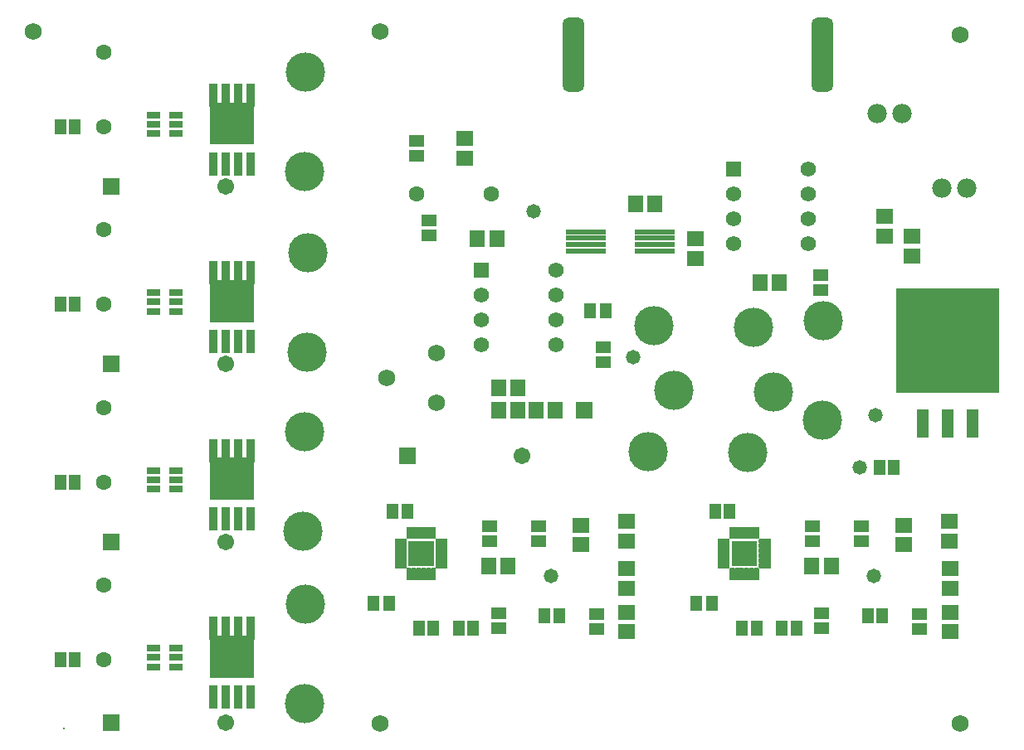
<source format=gts>
G04 Layer_Color=8388736*
%FSLAX25Y25*%
%MOIN*%
G70*
G01*
G75*
%ADD47R,0.05600X0.02900*%
%ADD48R,0.06312X0.05131*%
%ADD49R,0.05131X0.06312*%
%ADD50R,0.04800X0.11400*%
%ADD51R,0.41800X0.42000*%
%ADD52R,0.00146X0.00146*%
%ADD53R,0.05147X0.01902*%
%ADD54R,0.01902X0.05147*%
%ADD55R,0.04737X0.05918*%
%ADD56R,0.06706X0.06312*%
%ADD57R,0.06312X0.06706*%
%ADD58R,0.03359X0.09280*%
%ADD59R,0.16154X0.02375*%
%ADD60R,0.06706X0.06706*%
%ADD61C,0.06800*%
%ADD62C,0.00800*%
%ADD63C,0.07800*%
%ADD64C,0.06706*%
%ADD65R,0.06200X0.06200*%
%ADD66C,0.06200*%
%ADD67C,0.15800*%
G04:AMPARAMS|DCode=68|XSize=298mil|YSize=88mil|CornerRadius=24mil|HoleSize=0mil|Usage=FLASHONLY|Rotation=90.000|XOffset=0mil|YOffset=0mil|HoleType=Round|Shape=RoundedRectangle|*
%AMROUNDEDRECTD68*
21,1,0.29800,0.04000,0,0,90.0*
21,1,0.25000,0.08800,0,0,90.0*
1,1,0.04800,0.02000,0.12500*
1,1,0.04800,0.02000,-0.12500*
1,1,0.04800,-0.02000,-0.12500*
1,1,0.04800,-0.02000,0.12500*
%
%ADD68ROUNDEDRECTD68*%
%ADD69C,0.06800*%
%ADD70C,0.02800*%
%ADD71C,0.06312*%
%ADD72C,0.05800*%
G36*
X160672Y76221D02*
X156777D01*
Y77872D01*
X160672D01*
Y76221D01*
D02*
G37*
G36*
X305998Y76206D02*
X302104D01*
Y77856D01*
X305998D01*
Y76206D01*
D02*
G37*
G36*
X290447Y78175D02*
X286553D01*
Y79825D01*
X290447D01*
Y78175D01*
D02*
G37*
G36*
X176223Y76221D02*
X172328D01*
Y77872D01*
X176223D01*
Y76221D01*
D02*
G37*
G36*
X290447Y76206D02*
X286553D01*
Y77856D01*
X290447D01*
Y76206D01*
D02*
G37*
G36*
X176223Y74252D02*
X172328D01*
Y75903D01*
X176223D01*
Y74252D01*
D02*
G37*
G36*
X160672D02*
X156777D01*
Y75903D01*
X160672D01*
Y74252D01*
D02*
G37*
G36*
X171573Y83887D02*
Y82313D01*
Y80787D01*
Y79213D01*
Y77687D01*
Y74927D01*
X161427D01*
Y77687D01*
Y79213D01*
Y80787D01*
Y82313D01*
Y83887D01*
Y85073D01*
X171573D01*
Y83887D01*
D02*
G37*
G36*
X301348Y83872D02*
Y82297D01*
Y80772D01*
Y79197D01*
Y77672D01*
Y74912D01*
X291203D01*
Y77672D01*
Y79197D01*
Y80772D01*
Y82297D01*
Y83872D01*
Y85057D01*
X301348D01*
Y83872D01*
D02*
G37*
G36*
X305998Y78175D02*
X302104D01*
Y79825D01*
X305998D01*
Y78175D01*
D02*
G37*
G36*
X290447Y82113D02*
X286553D01*
Y83763D01*
X290447D01*
Y82113D01*
D02*
G37*
G36*
X176223Y80159D02*
X172328D01*
Y81810D01*
X176223D01*
Y80159D01*
D02*
G37*
G36*
X160672Y82128D02*
X156777D01*
Y83779D01*
X160672D01*
Y82128D01*
D02*
G37*
G36*
X305998Y82113D02*
X302104D01*
Y83763D01*
X305998D01*
Y82113D01*
D02*
G37*
G36*
X160672Y80159D02*
X156777D01*
Y81810D01*
X160672D01*
Y80159D01*
D02*
G37*
G36*
X176223Y78190D02*
X172328D01*
Y79841D01*
X176223D01*
Y78190D01*
D02*
G37*
G36*
X160672D02*
X156777D01*
Y79841D01*
X160672D01*
Y78190D01*
D02*
G37*
G36*
X305998Y80144D02*
X302104D01*
Y81794D01*
X305998D01*
Y80144D01*
D02*
G37*
G36*
X290447D02*
X286553D01*
Y81794D01*
X290447D01*
Y80144D01*
D02*
G37*
G36*
X294148Y70262D02*
X292498D01*
Y74156D01*
X294148D01*
Y70262D01*
D02*
G37*
G36*
X292179D02*
X290529D01*
Y74156D01*
X292179D01*
Y70262D01*
D02*
G37*
G36*
X298085D02*
X296435D01*
Y74156D01*
X298085D01*
Y70262D01*
D02*
G37*
G36*
X296116D02*
X294466D01*
Y74156D01*
X296116D01*
Y70262D01*
D02*
G37*
G36*
X99555Y45360D02*
X99279D01*
Y30025D01*
X81721D01*
Y45360D01*
X81445D01*
Y48392D01*
X84555D01*
Y46916D01*
X86445D01*
Y48392D01*
X89555D01*
Y46916D01*
X91445D01*
Y48392D01*
X94555D01*
Y46916D01*
X96445D01*
Y48392D01*
X99555D01*
Y45360D01*
D02*
G37*
G36*
X89555Y23824D02*
X86445D01*
Y26856D01*
X89555D01*
Y23824D01*
D02*
G37*
G36*
X84555D02*
X81445D01*
Y26856D01*
X84555D01*
Y23824D01*
D02*
G37*
G36*
X99555D02*
X96445D01*
Y26856D01*
X99555D01*
Y23824D01*
D02*
G37*
G36*
X94555D02*
X91445D01*
Y26856D01*
X94555D01*
Y23824D01*
D02*
G37*
G36*
X300054Y70262D02*
X298403D01*
Y74156D01*
X300054D01*
Y70262D01*
D02*
G37*
G36*
X172246Y70277D02*
X170596D01*
Y74172D01*
X172246D01*
Y70277D01*
D02*
G37*
G36*
X170278D02*
X168628D01*
Y74172D01*
X170278D01*
Y70277D01*
D02*
G37*
G36*
X305998Y74237D02*
X302104D01*
Y75887D01*
X305998D01*
Y74237D01*
D02*
G37*
G36*
X290447D02*
X286553D01*
Y75887D01*
X290447D01*
Y74237D01*
D02*
G37*
G36*
X168309Y70277D02*
X166659D01*
Y74172D01*
X168309D01*
Y70277D01*
D02*
G37*
G36*
X162404D02*
X160754D01*
Y74172D01*
X162404D01*
Y70277D01*
D02*
G37*
G36*
X302022Y70262D02*
X300372D01*
Y74156D01*
X302022D01*
Y70262D01*
D02*
G37*
G36*
X166341Y70277D02*
X164691D01*
Y74172D01*
X166341D01*
Y70277D01*
D02*
G37*
G36*
X164372D02*
X162722D01*
Y74172D01*
X164372D01*
Y70277D01*
D02*
G37*
G36*
X94555Y95324D02*
X91445D01*
Y98356D01*
X94555D01*
Y95324D01*
D02*
G37*
G36*
X298085Y85813D02*
X296435D01*
Y89707D01*
X298085D01*
Y85813D01*
D02*
G37*
G36*
X84555Y95324D02*
X81445D01*
Y98356D01*
X84555D01*
Y95324D01*
D02*
G37*
G36*
X89555D02*
X86445D01*
Y98356D01*
X89555D01*
Y95324D01*
D02*
G37*
G36*
X292179Y85813D02*
X290529D01*
Y89707D01*
X292179D01*
Y85813D01*
D02*
G37*
G36*
X176223Y84097D02*
X172328D01*
Y85748D01*
X176223D01*
Y84097D01*
D02*
G37*
G36*
X296116Y85813D02*
X294466D01*
Y89707D01*
X296116D01*
Y85813D01*
D02*
G37*
G36*
X294148D02*
X292498D01*
Y89707D01*
X294148D01*
Y85813D01*
D02*
G37*
G36*
X162404Y85828D02*
X160754D01*
Y89723D01*
X162404D01*
Y85828D01*
D02*
G37*
G36*
X302022Y85813D02*
X300372D01*
Y89707D01*
X302022D01*
Y85813D01*
D02*
G37*
G36*
X166341Y85828D02*
X164691D01*
Y89723D01*
X166341D01*
Y85828D01*
D02*
G37*
G36*
X164372D02*
X162722D01*
Y89723D01*
X164372D01*
Y85828D01*
D02*
G37*
G36*
X170278D02*
X168628D01*
Y89723D01*
X170278D01*
Y85828D01*
D02*
G37*
G36*
X172246D02*
X170596D01*
Y89723D01*
X172246D01*
Y85828D01*
D02*
G37*
G36*
X300054Y85813D02*
X298403D01*
Y89707D01*
X300054D01*
Y85813D01*
D02*
G37*
G36*
X168309Y85828D02*
X166659D01*
Y89723D01*
X168309D01*
Y85828D01*
D02*
G37*
G36*
X84555Y238216D02*
X81445D01*
Y241248D01*
X84555D01*
Y238216D01*
D02*
G37*
G36*
X89555D02*
X86445D01*
Y241248D01*
X89555D01*
Y238216D01*
D02*
G37*
G36*
X99555Y166824D02*
X96445D01*
Y169856D01*
X99555D01*
Y166824D01*
D02*
G37*
G36*
Y188360D02*
X99279D01*
Y173025D01*
X81721D01*
Y188360D01*
X81445D01*
Y191392D01*
X84555D01*
Y189916D01*
X86445D01*
Y191392D01*
X89555D01*
Y189916D01*
X91445D01*
Y191392D01*
X94555D01*
Y189916D01*
X96445D01*
Y191392D01*
X99555D01*
Y188360D01*
D02*
G37*
G36*
Y259752D02*
X99279D01*
Y244416D01*
X81721D01*
Y259752D01*
X81445D01*
Y262784D01*
X84555D01*
Y261308D01*
X86445D01*
Y262784D01*
X89555D01*
Y261308D01*
X91445D01*
Y262784D01*
X94555D01*
Y261308D01*
X96445D01*
Y262784D01*
X99555D01*
Y259752D01*
D02*
G37*
G36*
X176223Y82128D02*
X172328D01*
Y83779D01*
X176223D01*
Y82128D01*
D02*
G37*
G36*
X94555Y238216D02*
X91445D01*
Y241248D01*
X94555D01*
Y238216D01*
D02*
G37*
G36*
X99555D02*
X96445D01*
Y241248D01*
X99555D01*
Y238216D01*
D02*
G37*
G36*
X290447Y84082D02*
X286553D01*
Y85732D01*
X290447D01*
Y84082D01*
D02*
G37*
G36*
X99555Y95324D02*
X96445D01*
Y98356D01*
X99555D01*
Y95324D01*
D02*
G37*
G36*
X160672Y84097D02*
X156777D01*
Y85748D01*
X160672D01*
Y84097D01*
D02*
G37*
G36*
X305998Y84082D02*
X302104D01*
Y85732D01*
X305998D01*
Y84082D01*
D02*
G37*
G36*
X89555Y166824D02*
X86445D01*
Y169856D01*
X89555D01*
Y166824D01*
D02*
G37*
G36*
X94555D02*
X91445D01*
Y169856D01*
X94555D01*
Y166824D01*
D02*
G37*
G36*
X99555Y116860D02*
X99279D01*
Y101525D01*
X81721D01*
Y116860D01*
X81445D01*
Y119892D01*
X84555D01*
Y118416D01*
X86445D01*
Y119892D01*
X89555D01*
Y118416D01*
X91445D01*
Y119892D01*
X94555D01*
Y118416D01*
X96445D01*
Y119892D01*
X99555D01*
Y116860D01*
D02*
G37*
G36*
X84555Y166824D02*
X81445D01*
Y169856D01*
X84555D01*
Y166824D01*
D02*
G37*
%LPC*%
G36*
X170387Y80787D02*
X168813D01*
Y79213D01*
X170387D01*
Y80787D01*
D02*
G37*
G36*
Y83887D02*
X168813D01*
Y82313D01*
X170387D01*
Y83887D01*
D02*
G37*
G36*
X164187Y80787D02*
X162613D01*
Y79213D01*
X164187D01*
Y80787D01*
D02*
G37*
G36*
X167287D02*
X165713D01*
Y79213D01*
X167287D01*
Y80787D01*
D02*
G37*
G36*
Y83887D02*
X165713D01*
Y82313D01*
X167287D01*
Y83887D01*
D02*
G37*
G36*
X297063Y83872D02*
X295488D01*
Y82297D01*
X297063D01*
Y83872D01*
D02*
G37*
G36*
X293963D02*
X292388D01*
Y82297D01*
X293963D01*
Y83872D01*
D02*
G37*
G36*
X164187Y83887D02*
X162613D01*
Y82313D01*
X164187D01*
Y83887D01*
D02*
G37*
G36*
X300163Y83872D02*
X298588D01*
Y82297D01*
X300163D01*
Y83872D01*
D02*
G37*
G36*
Y77672D02*
X298588D01*
Y76097D01*
X300163D01*
Y77672D01*
D02*
G37*
G36*
X164187Y77687D02*
X162613D01*
Y76113D01*
X164187D01*
Y77687D01*
D02*
G37*
G36*
X293963Y77672D02*
X292388D01*
Y76097D01*
X293963D01*
Y77672D01*
D02*
G37*
G36*
X297063D02*
X295488D01*
Y76097D01*
X297063D01*
Y77672D01*
D02*
G37*
G36*
X167287Y77687D02*
X165713D01*
Y76113D01*
X167287D01*
Y77687D01*
D02*
G37*
G36*
X297063Y80772D02*
X295488D01*
Y79197D01*
X297063D01*
Y80772D01*
D02*
G37*
G36*
X300163D02*
X298588D01*
Y79197D01*
X300163D01*
Y80772D01*
D02*
G37*
G36*
X170387Y77687D02*
X168813D01*
Y76113D01*
X170387D01*
Y77687D01*
D02*
G37*
G36*
X293963Y80772D02*
X292388D01*
Y79197D01*
X293963D01*
Y80772D01*
D02*
G37*
%LPD*%
D47*
X58900Y256240D02*
D03*
Y252500D02*
D03*
Y248760D02*
D03*
X68100D02*
D03*
Y252500D02*
D03*
Y256240D02*
D03*
X58900Y184848D02*
D03*
Y181108D02*
D03*
Y177368D02*
D03*
X68100D02*
D03*
Y181108D02*
D03*
Y184848D02*
D03*
X58900Y113348D02*
D03*
Y109608D02*
D03*
Y105868D02*
D03*
X68100D02*
D03*
Y109608D02*
D03*
Y113348D02*
D03*
X58900Y41848D02*
D03*
Y38108D02*
D03*
Y34368D02*
D03*
X68100D02*
D03*
Y38108D02*
D03*
Y41848D02*
D03*
D48*
X169500Y213953D02*
D03*
Y208047D02*
D03*
X327000Y191953D02*
D03*
Y186047D02*
D03*
X239500Y162953D02*
D03*
Y157047D02*
D03*
X164500Y240047D02*
D03*
Y245953D02*
D03*
X366776Y55437D02*
D03*
Y49532D02*
D03*
X237000Y55453D02*
D03*
Y49547D02*
D03*
X323776Y90894D02*
D03*
Y84988D02*
D03*
X194000Y90909D02*
D03*
Y85004D02*
D03*
X343276Y84988D02*
D03*
Y90894D02*
D03*
X213500Y85004D02*
D03*
Y90909D02*
D03*
X327276Y49988D02*
D03*
Y55894D02*
D03*
X197500Y50004D02*
D03*
Y55910D02*
D03*
D49*
X356453Y114500D02*
D03*
X350547D02*
D03*
X27453Y251500D02*
D03*
X21547D02*
D03*
X27453Y180108D02*
D03*
X21547D02*
D03*
X27453Y108608D02*
D03*
X21547D02*
D03*
X27453Y37108D02*
D03*
X21547D02*
D03*
X295323Y49984D02*
D03*
X301228D02*
D03*
X165547Y50000D02*
D03*
X171453D02*
D03*
X290453Y97000D02*
D03*
X284547D02*
D03*
X160996Y96957D02*
D03*
X155090D02*
D03*
X351728Y54984D02*
D03*
X345823D02*
D03*
X221953Y55000D02*
D03*
X216047D02*
D03*
X311323Y49941D02*
D03*
X317228D02*
D03*
X181547Y49957D02*
D03*
X187453D02*
D03*
D50*
X368000Y132400D02*
D03*
X378000D02*
D03*
X388000D02*
D03*
D51*
X378000Y165600D02*
D03*
D52*
X296276Y79984D02*
D03*
X166500Y80000D02*
D03*
D53*
X304551Y84907D02*
D03*
Y82938D02*
D03*
Y80969D02*
D03*
Y79000D02*
D03*
Y77031D02*
D03*
Y75062D02*
D03*
X288000D02*
D03*
Y77031D02*
D03*
Y79000D02*
D03*
Y80969D02*
D03*
Y82938D02*
D03*
Y84907D02*
D03*
X174776Y84922D02*
D03*
Y82954D02*
D03*
Y80984D02*
D03*
Y79015D02*
D03*
Y77047D02*
D03*
Y75077D02*
D03*
X158224D02*
D03*
Y77047D02*
D03*
Y79015D02*
D03*
Y80984D02*
D03*
Y82954D02*
D03*
Y84922D02*
D03*
D54*
X301197Y71709D02*
D03*
X299228D02*
D03*
X297260D02*
D03*
X295291D02*
D03*
X293323D02*
D03*
X291354D02*
D03*
Y88260D02*
D03*
X293323D02*
D03*
X295291D02*
D03*
X297260D02*
D03*
X299228D02*
D03*
X301197D02*
D03*
X171421Y71724D02*
D03*
X169453D02*
D03*
X167484D02*
D03*
X165516D02*
D03*
X163547D02*
D03*
X161579D02*
D03*
Y88276D02*
D03*
X163547D02*
D03*
X165516D02*
D03*
X167484D02*
D03*
X169453D02*
D03*
X171421D02*
D03*
D55*
X240650Y177500D02*
D03*
X234350D02*
D03*
X277126Y59984D02*
D03*
X283425D02*
D03*
X147350Y60000D02*
D03*
X153650D02*
D03*
D56*
X276500Y198563D02*
D03*
Y206437D02*
D03*
X363500Y207437D02*
D03*
Y199563D02*
D03*
X352500Y207563D02*
D03*
Y215437D02*
D03*
X184000Y239063D02*
D03*
Y246937D02*
D03*
X378819Y56378D02*
D03*
Y48504D02*
D03*
X249043Y56394D02*
D03*
Y48520D02*
D03*
X360276Y91378D02*
D03*
Y83504D02*
D03*
X230500Y91394D02*
D03*
Y83520D02*
D03*
X378776Y92878D02*
D03*
Y85004D02*
D03*
X249000Y92894D02*
D03*
Y85020D02*
D03*
X378819Y73878D02*
D03*
Y66004D02*
D03*
X249043Y73894D02*
D03*
Y66020D02*
D03*
D57*
X197563Y146500D02*
D03*
X205437D02*
D03*
X310437Y189000D02*
D03*
X302563D02*
D03*
X196937Y206500D02*
D03*
X189063D02*
D03*
X205437Y137500D02*
D03*
X197563D02*
D03*
X252563Y220500D02*
D03*
X260437D02*
D03*
X220437Y137500D02*
D03*
X212563D02*
D03*
X323339Y74985D02*
D03*
X331213D02*
D03*
X193563Y75000D02*
D03*
X201437D02*
D03*
D58*
X83000Y264268D02*
D03*
X88000D02*
D03*
X93000D02*
D03*
X98000D02*
D03*
Y236732D02*
D03*
X93000D02*
D03*
X88000D02*
D03*
X83000D02*
D03*
Y192876D02*
D03*
X88000D02*
D03*
X93000D02*
D03*
X98000D02*
D03*
Y165340D02*
D03*
X93000D02*
D03*
X88000D02*
D03*
X83000D02*
D03*
Y121376D02*
D03*
X88000D02*
D03*
X93000D02*
D03*
X98000D02*
D03*
Y93840D02*
D03*
X93000D02*
D03*
X88000D02*
D03*
X83000D02*
D03*
Y49876D02*
D03*
X88000D02*
D03*
X93000D02*
D03*
X98000D02*
D03*
Y22340D02*
D03*
X93000D02*
D03*
X88000D02*
D03*
X83000D02*
D03*
D59*
X232720Y209339D02*
D03*
Y206780D02*
D03*
Y204221D02*
D03*
Y201661D02*
D03*
X260279Y209339D02*
D03*
Y206780D02*
D03*
Y204221D02*
D03*
Y201661D02*
D03*
D60*
X232000Y137500D02*
D03*
X161067Y119100D02*
D03*
X42067Y227500D02*
D03*
Y156108D02*
D03*
Y84608D02*
D03*
Y12000D02*
D03*
D61*
X383000Y11500D02*
D03*
X150000D02*
D03*
X10500Y290000D02*
D03*
X150000D02*
D03*
X383000Y288500D02*
D03*
D62*
X22840Y9500D02*
D03*
D63*
X385500Y227000D02*
D03*
X375500D02*
D03*
X359500Y257000D02*
D03*
X349500D02*
D03*
D64*
X206933Y119100D02*
D03*
X87933Y227500D02*
D03*
Y156108D02*
D03*
Y84608D02*
D03*
Y12000D02*
D03*
D65*
X190500Y194000D02*
D03*
X292000Y234500D02*
D03*
D66*
X190500Y184000D02*
D03*
Y174000D02*
D03*
Y164000D02*
D03*
X220500D02*
D03*
Y174000D02*
D03*
Y184000D02*
D03*
Y194000D02*
D03*
X292000Y224500D02*
D03*
Y214500D02*
D03*
Y204500D02*
D03*
X322000D02*
D03*
Y214500D02*
D03*
Y224500D02*
D03*
Y234500D02*
D03*
D67*
X260000Y171500D02*
D03*
X300000Y171000D02*
D03*
X327500Y133500D02*
D03*
X328000Y173500D02*
D03*
X257500Y121000D02*
D03*
X297500Y120500D02*
D03*
X308000Y145000D02*
D03*
X268000Y145500D02*
D03*
X119500Y233500D02*
D03*
X120000Y273500D02*
D03*
X120500Y161000D02*
D03*
X121000Y201000D02*
D03*
X119000Y89000D02*
D03*
X119500Y129000D02*
D03*
Y19500D02*
D03*
X120000Y59500D02*
D03*
D68*
X227500Y280500D02*
D03*
X327500D02*
D03*
D69*
X172500Y160500D02*
D03*
Y140500D02*
D03*
X152500Y150500D02*
D03*
D70*
X299376Y76885D02*
D03*
X296276D02*
D03*
X293176D02*
D03*
X299376Y79984D02*
D03*
X296276D02*
D03*
X293176D02*
D03*
X299376Y83084D02*
D03*
X296276D02*
D03*
X293176D02*
D03*
X169600Y76900D02*
D03*
X166500D02*
D03*
X163400D02*
D03*
X169600Y80000D02*
D03*
X166500D02*
D03*
X163400D02*
D03*
X169600Y83100D02*
D03*
X166500D02*
D03*
X163400D02*
D03*
D71*
X194500Y224500D02*
D03*
X164500D02*
D03*
X39000Y251500D02*
D03*
Y281500D02*
D03*
Y180108D02*
D03*
Y210108D02*
D03*
Y108608D02*
D03*
Y138608D02*
D03*
Y37108D02*
D03*
Y67108D02*
D03*
D72*
X342500Y114500D02*
D03*
X218500Y71000D02*
D03*
X348276Y70985D02*
D03*
X251500Y159000D02*
D03*
X211500Y217500D02*
D03*
X349000Y135500D02*
D03*
M02*

</source>
